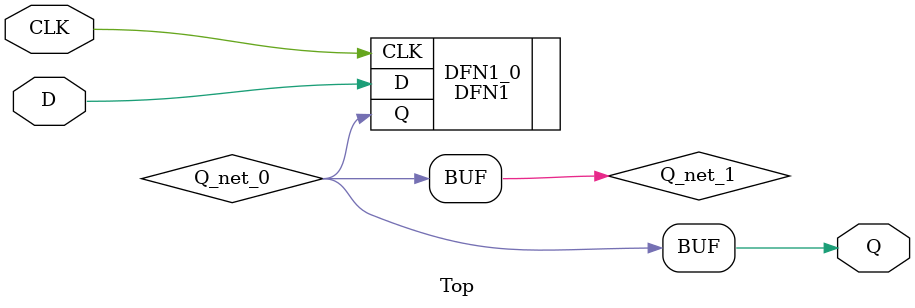
<source format=v>

`timescale 1ns / 100ps

module Top(
    // Inputs
    CLK,
    D,
    // Outputs
    Q
);

//--------------------------------------------------------------------
// Input
//--------------------------------------------------------------------
input  CLK;
input  D;
//--------------------------------------------------------------------
// Output
//--------------------------------------------------------------------
output Q;
//--------------------------------------------------------------------
// Nets
//--------------------------------------------------------------------
wire   CLK;
wire   D;
wire   Q_net_0;
wire   Q_net_1;
//--------------------------------------------------------------------
// Top level output port assignments
//--------------------------------------------------------------------
assign Q_net_1 = Q_net_0;
assign Q       = Q_net_1;
//--------------------------------------------------------------------
// Component instances
//--------------------------------------------------------------------
//--------DFN1
DFN1 DFN1_0(
        // Inputs
        .D   ( D ),
        .CLK ( CLK ),
        // Outputs
        .Q   ( Q_net_0 ) 
        );


endmodule

</source>
